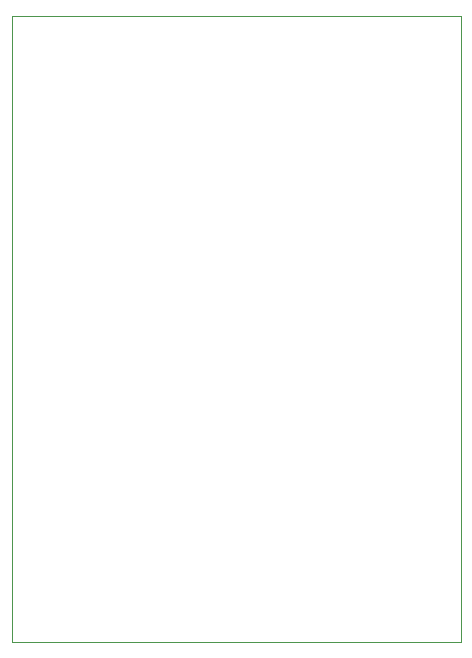
<source format=gbr>
%TF.GenerationSoftware,KiCad,Pcbnew,8.0.7*%
%TF.CreationDate,2025-01-07T22:57:07+00:00*%
%TF.ProjectId,177x,31373778-2e6b-4696-9361-645f70636258,01*%
%TF.SameCoordinates,Original*%
%TF.FileFunction,Profile,NP*%
%FSLAX46Y46*%
G04 Gerber Fmt 4.6, Leading zero omitted, Abs format (unit mm)*
G04 Created by KiCad (PCBNEW 8.0.7) date 2025-01-07 22:57:07*
%MOMM*%
%LPD*%
G01*
G04 APERTURE LIST*
%TA.AperFunction,Profile*%
%ADD10C,0.100000*%
%TD*%
G04 APERTURE END LIST*
D10*
X79560000Y-34714000D02*
X117560000Y-34714000D01*
X117560000Y-87714000D01*
X79560000Y-87714000D01*
X79560000Y-34714000D01*
M02*

</source>
